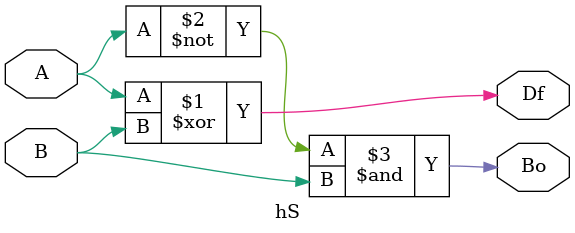
<source format=v>
`timescale 1ns / 1ps


module hS(
    input A,
    input B,
    output Df,
    output Bo
    );
    
    assign Df = A^B;
    assign Bo = ~A&B;
endmodule

</source>
